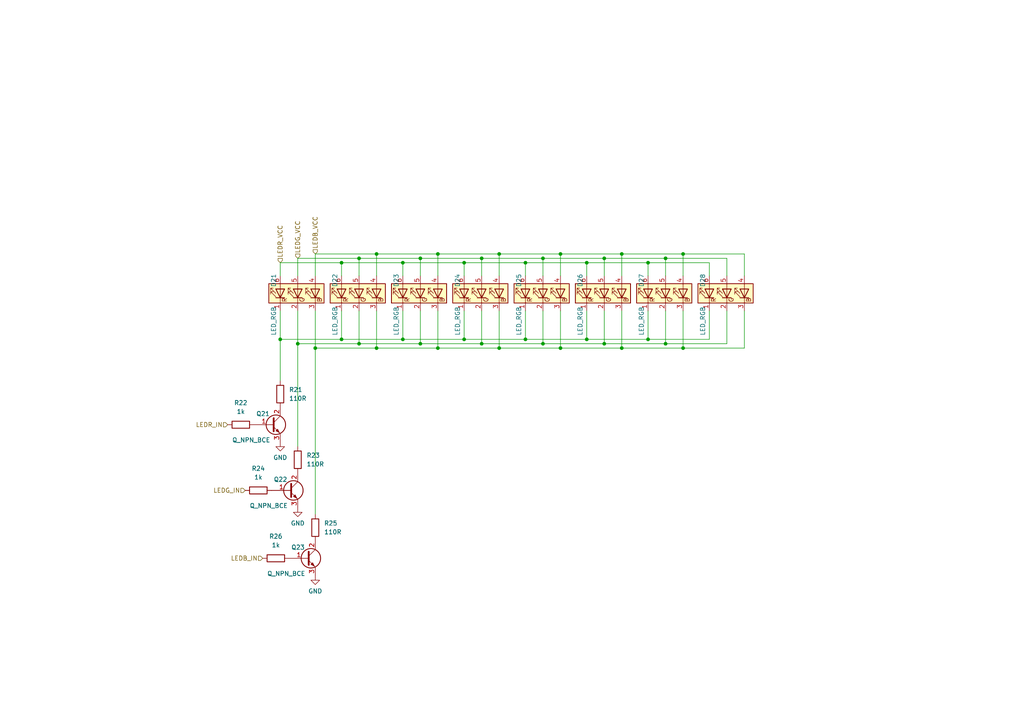
<source format=kicad_sch>
(kicad_sch (version 20211123) (generator eeschema)
  (paper "A4")
  (lib_symbols
    (symbol "Device:LED_RGB" (pin_names (offset 0) hide)
      (property "Reference" "D" (at 0 9.398 0))
      (property "Value" "LED_RGB" (at 0 -8.89 0))
      (symbol "LED_RGB_0_0"
        (text "B" (at -1.905 -6.35 0) (effects (font (size 1.27 1.27))))
        (text "G" (at -1.905 -1.27 0) (effects (font (size 1.27 1.27))))
        (text "R" (at -1.905 3.81 0) (effects (font (size 1.27 1.27))))
      )
      (symbol "LED_RGB_0_1"
        (polyline (pts (xy -1.27 -5.08) (xy -2.54 -5.08)))
        (polyline (pts (xy -1.27 -5.08) (xy 1.27 -5.08)))
        (polyline (pts (xy -1.27 -3.81) (xy -1.27 -6.35)) (stroke (width 0.254)))
        (polyline (pts (xy -1.27 0) (xy -2.54 0)))
        (polyline (pts (xy -1.27 1.27) (xy -1.27 -1.27)) (stroke (width 0.254)))
        (polyline (pts (xy -1.27 5.08) (xy -2.54 5.08)))
        (polyline (pts (xy -1.27 5.08) (xy 1.27 5.08)))
        (polyline (pts (xy -1.27 6.35) (xy -1.27 3.81)) (stroke (width 0.254)))
        (polyline (pts (xy 1.27 -5.08) (xy 2.54 -5.08)))
        (polyline (pts (xy 1.27 0) (xy -1.27 0)))
        (polyline (pts (xy 1.27 0) (xy 2.54 0)))
        (polyline (pts (xy 1.27 5.08) (xy 2.54 5.08)))
        (polyline (pts (xy -1.27 1.27) (xy -1.27 -1.27) (xy -1.27 -1.27)))
        (polyline (pts (xy -1.27 6.35) (xy -1.27 3.81) (xy -1.27 3.81)))
        (polyline (pts (xy 1.27 -3.81) (xy 1.27 -6.35) (xy -1.27 -5.08) (xy 1.27 -3.81)) (stroke (width 0.254)))
        (polyline (pts (xy 1.27 1.27) (xy 1.27 -1.27) (xy -1.27 0) (xy 1.27 1.27)) (stroke (width 0.254)))
        (polyline (pts (xy 1.27 6.35) (xy 1.27 3.81) (xy -1.27 5.08) (xy 1.27 6.35)) (stroke (width 0.254)))
        (polyline (pts (xy -1.016 -3.81) (xy 0.508 -2.286) (xy -0.254 -2.286) (xy 0.508 -2.286) (xy 0.508 -3.048)))
        (polyline (pts (xy -1.016 1.27) (xy 0.508 2.794) (xy -0.254 2.794) (xy 0.508 2.794) (xy 0.508 2.032)))
        (polyline (pts (xy -1.016 6.35) (xy 0.508 7.874) (xy -0.254 7.874) (xy 0.508 7.874) (xy 0.508 7.112)))
        (polyline (pts (xy 0 -3.81) (xy 1.524 -2.286) (xy 0.762 -2.286) (xy 1.524 -2.286) (xy 1.524 -3.048)))
        (polyline (pts (xy 0 1.27) (xy 1.524 2.794) (xy 0.762 2.794) (xy 1.524 2.794) (xy 1.524 2.032)))
        (polyline (pts (xy 0 6.35) (xy 1.524 7.874) (xy 0.762 7.874) (xy 1.524 7.874) (xy 1.524 7.112)))
        (rectangle (start 1.27 -1.27) (end 1.27 1.27))
        (rectangle (start 1.27 1.27) (end 1.27 1.27))
        (rectangle (start 1.27 3.81) (end 1.27 6.35))
        (rectangle (start 1.27 6.35) (end 1.27 6.35))
        (rectangle (start 2.794 8.382) (end -2.794 -7.62) (stroke (width 0.254)) (fill (type background)))
      )
      (symbol "LED_RGB_1_1"
        (pin passive line (at -5.08 5.08 0) (length 2.54) (name "RK") (number "1"))
        (pin passive line (at -5.08 0 0) (length 2.54) (name "GK") (number "2"))
        (pin passive line (at -5.08 -5.08 0) (length 2.54) (name "BK") (number "3"))
        (pin passive line (at 5.08 -5.08 180) (length 2.54) (name "BA") (number "4"))
        (pin passive line (at 5.08 0 180) (length 2.54) (name "GA") (number "5"))
        (pin passive line (at 5.08 5.08 180) (length 2.54) (name "RA") (number "6"))
      )
    )
    (symbol "Device:Q_NPN_BCE" (pin_names (offset 0) hide)
      (property "Reference" "Q" (at 5.08 1.27 0))
      (property "Value" "Q_NPN_BCE" (at 5.08 -1.27 0))
      (symbol "Q_NPN_BCE_0_1"
        (polyline (pts (xy 0.635 0.635) (xy 2.54 2.54)))
        (polyline (pts (xy 0.635 -0.635) (xy 2.54 -2.54) (xy 2.54 -2.54)))
        (polyline (pts (xy 0.635 1.905) (xy 0.635 -1.905) (xy 0.635 -1.905)) (stroke (width 0.508)))
        (polyline (pts (xy 1.27 -1.778) (xy 1.778 -1.27) (xy 2.286 -2.286) (xy 1.27 -1.778) (xy 1.27 -1.778)) (fill (type outline)))
        (circle (center 1.27 0) (radius 2.8194) (stroke (width 0.254)))
      )
      (symbol "Q_NPN_BCE_1_1"
        (pin input line (at -5.08 0 0) (length 5.715) (name "B") (number "1"))
        (pin passive line (at 2.54 5.08 270) (length 2.54) (name "C") (number "2"))
        (pin passive line (at 2.54 -5.08 90) (length 2.54) (name "E") (number "3"))
      )
    )
    (symbol "Device:R" (pin_numbers hide) (pin_names (offset 0))
      (property "Reference" "R" (at 2.032 0 90))
      (property "Value" "R" (at 0 0 90))
      (symbol "R_0_1"
        (rectangle (start -1.016 -2.54) (end 1.016 2.54) (stroke (width 0.254)))
      )
      (symbol "R_1_1"
        (pin passive line (at 0 3.81 270) (length 1.27) (name "~") (number "1"))
        (pin passive line (at 0 -3.81 90) (length 1.27) (name "~") (number "2"))
      )
    )
    (symbol "power:GND" (power) (pin_names (offset 0))
      (property "Value" "GND" (at 0 -3.81 0))
      (symbol "GND_0_1"
        (polyline (pts (xy 0 0) (xy 0 -1.27) (xy 1.27 -1.27) (xy 0 -2.54) (xy -1.27 -1.27) (xy 0 -1.27)))
      )
      (symbol "GND_1_1"
        (pin power_in line (at 0 0 270) (length 0) hide (name "GND") (number "1"))
      )
    )
  )
  (junction (at 86.36 99.695))
  (junction (at 99.06 76.2))
  (junction (at 134.62 98.425))
  (junction (at 162.56 73.66))
  (junction (at 175.26 99.695))
  (junction (at 104.14 74.93))
  (junction (at 99.06 98.425))
  (junction (at 193.04 99.695))
  (junction (at 170.18 76.2))
  (junction (at 104.14 99.695))
  (junction (at 139.7 74.93))
  (junction (at 109.22 73.66))
  (junction (at 187.96 76.2))
  (junction (at 109.22 100.965))
  (junction (at 198.12 73.66))
  (junction (at 180.34 100.965))
  (junction (at 175.26 74.93))
  (junction (at 139.7 99.695))
  (junction (at 170.18 98.425))
  (junction (at 127 73.66))
  (junction (at 180.34 73.66))
  (junction (at 121.92 74.93))
  (junction (at 152.4 76.2))
  (junction (at 121.92 99.695))
  (junction (at 116.84 98.425))
  (junction (at 134.62 76.2))
  (junction (at 81.28 98.425))
  (junction (at 144.78 73.66))
  (junction (at 116.84 76.2))
  (junction (at 193.04 74.93))
  (junction (at 157.48 99.695))
  (junction (at 91.44 100.965))
  (junction (at 144.78 100.965))
  (junction (at 152.4 98.425))
  (junction (at 157.48 74.93))
  (junction (at 162.56 100.965))
  (junction (at 187.96 98.425))
  (junction (at 127 100.965))
  (junction (at 198.12 100.965))
  (wire (pts (xy 170.18 76.2) (xy 187.96 76.2)))
  (wire (pts (xy 116.84 76.2) (xy 116.84 80.01)))
  (wire (pts (xy 144.78 73.66) (xy 127 73.66)))
  (wire (pts (xy 215.9 80.01) (xy 215.9 73.66)))
  (wire (pts (xy 157.48 74.93) (xy 175.26 74.93)))
  (wire (pts (xy 180.34 100.965) (xy 180.34 90.17)))
  (wire (pts (xy 170.18 98.425) (xy 187.96 98.425)))
  (wire (pts (xy 152.4 76.2) (xy 170.18 76.2)))
  (wire (pts (xy 121.92 74.93) (xy 121.92 80.01)))
  (wire (pts (xy 99.06 76.2) (xy 99.06 80.01)))
  (wire (pts (xy 99.06 98.425) (xy 116.84 98.425)))
  (wire (pts (xy 134.62 76.2) (xy 152.4 76.2)))
  (wire (pts (xy 86.36 99.695) (xy 104.14 99.695)))
  (wire (pts (xy 91.44 100.965) (xy 109.22 100.965)))
  (wire (pts (xy 139.7 74.93) (xy 157.48 74.93)))
  (wire (pts (xy 162.56 100.965) (xy 180.34 100.965)))
  (wire (pts (xy 175.26 74.93) (xy 175.26 80.01)))
  (wire (pts (xy 116.84 98.425) (xy 116.84 90.17)))
  (wire (pts (xy 91.44 90.17) (xy 91.44 100.965)))
  (wire (pts (xy 193.04 74.93) (xy 210.82 74.93)))
  (wire (pts (xy 139.7 74.93) (xy 139.7 80.01)))
  (wire (pts (xy 215.9 73.66) (xy 198.12 73.66)))
  (wire (pts (xy 210.82 74.93) (xy 210.82 80.01)))
  (wire (pts (xy 180.34 73.66) (xy 162.56 73.66)))
  (wire (pts (xy 86.36 80.01) (xy 86.36 74.93)))
  (wire (pts (xy 175.26 74.93) (xy 193.04 74.93)))
  (wire (pts (xy 157.48 74.93) (xy 157.48 80.01)))
  (wire (pts (xy 127 80.01) (xy 127 73.66)))
  (wire (pts (xy 121.92 74.93) (xy 139.7 74.93)))
  (wire (pts (xy 121.92 99.695) (xy 139.7 99.695)))
  (wire (pts (xy 198.12 100.965) (xy 198.12 90.17)))
  (wire (pts (xy 109.22 100.965) (xy 127 100.965)))
  (wire (pts (xy 81.28 90.17) (xy 81.28 98.425)))
  (wire (pts (xy 109.22 73.66) (xy 91.44 73.66)))
  (wire (pts (xy 180.34 80.01) (xy 180.34 73.66)))
  (wire (pts (xy 180.34 100.965) (xy 198.12 100.965)))
  (wire (pts (xy 91.44 73.66) (xy 91.44 80.01)))
  (wire (pts (xy 104.14 74.93) (xy 104.14 80.01)))
  (wire (pts (xy 175.26 99.695) (xy 193.04 99.695)))
  (wire (pts (xy 162.56 100.965) (xy 162.56 90.17)))
  (wire (pts (xy 170.18 76.2) (xy 170.18 80.01)))
  (wire (pts (xy 86.36 74.93) (xy 104.14 74.93)))
  (wire (pts (xy 139.7 99.695) (xy 139.7 90.17)))
  (wire (pts (xy 104.14 74.93) (xy 121.92 74.93)))
  (wire (pts (xy 139.7 99.695) (xy 157.48 99.695)))
  (wire (pts (xy 144.78 100.965) (xy 144.78 90.17)))
  (wire (pts (xy 162.56 73.66) (xy 144.78 73.66)))
  (wire (pts (xy 152.4 76.2) (xy 152.4 80.01)))
  (wire (pts (xy 162.56 80.01) (xy 162.56 73.66)))
  (wire (pts (xy 99.06 98.425) (xy 99.06 90.17)))
  (wire (pts (xy 81.28 98.425) (xy 99.06 98.425)))
  (wire (pts (xy 205.74 76.2) (xy 205.74 80.01)))
  (wire (pts (xy 170.18 98.425) (xy 170.18 90.17)))
  (wire (pts (xy 116.84 76.2) (xy 134.62 76.2)))
  (wire (pts (xy 134.62 98.425) (xy 134.62 90.17)))
  (wire (pts (xy 109.22 80.01) (xy 109.22 73.66)))
  (wire (pts (xy 198.12 73.66) (xy 180.34 73.66)))
  (wire (pts (xy 127 100.965) (xy 127 90.17)))
  (wire (pts (xy 99.06 76.2) (xy 116.84 76.2)))
  (wire (pts (xy 81.28 98.425) (xy 81.28 110.49)))
  (wire (pts (xy 86.36 99.695) (xy 86.36 129.54)))
  (wire (pts (xy 187.96 76.2) (xy 205.74 76.2)))
  (wire (pts (xy 127 100.965) (xy 144.78 100.965)))
  (wire (pts (xy 205.74 98.425) (xy 205.74 90.17)))
  (wire (pts (xy 198.12 80.01) (xy 198.12 73.66)))
  (wire (pts (xy 152.4 98.425) (xy 152.4 90.17)))
  (wire (pts (xy 144.78 100.965) (xy 162.56 100.965)))
  (wire (pts (xy 91.44 100.965) (xy 91.44 149.225)))
  (wire (pts (xy 157.48 99.695) (xy 175.26 99.695)))
  (wire (pts (xy 127 73.66) (xy 109.22 73.66)))
  (wire (pts (xy 157.48 99.695) (xy 157.48 90.17)))
  (wire (pts (xy 198.12 100.965) (xy 215.9 100.965)))
  (wire (pts (xy 152.4 98.425) (xy 170.18 98.425)))
  (wire (pts (xy 134.62 98.425) (xy 152.4 98.425)))
  (wire (pts (xy 187.96 76.2) (xy 187.96 80.01)))
  (wire (pts (xy 134.62 76.2) (xy 134.62 80.01)))
  (wire (pts (xy 193.04 99.695) (xy 193.04 90.17)))
  (wire (pts (xy 215.9 100.965) (xy 215.9 90.17)))
  (wire (pts (xy 104.14 99.695) (xy 104.14 90.17)))
  (wire (pts (xy 193.04 74.93) (xy 193.04 80.01)))
  (wire (pts (xy 116.84 98.425) (xy 134.62 98.425)))
  (wire (pts (xy 187.96 98.425) (xy 205.74 98.425)))
  (wire (pts (xy 193.04 99.695) (xy 210.82 99.695)))
  (wire (pts (xy 144.78 80.01) (xy 144.78 73.66)))
  (wire (pts (xy 175.26 99.695) (xy 175.26 90.17)))
  (wire (pts (xy 187.96 98.425) (xy 187.96 90.17)))
  (wire (pts (xy 210.82 99.695) (xy 210.82 90.17)))
  (wire (pts (xy 104.14 99.695) (xy 121.92 99.695)))
  (wire (pts (xy 109.22 100.965) (xy 109.22 90.17)))
  (wire (pts (xy 81.28 76.2) (xy 99.06 76.2)))
  (wire (pts (xy 86.36 90.17) (xy 86.36 99.695)))
  (wire (pts (xy 81.28 80.01) (xy 81.28 76.2)))
  (wire (pts (xy 121.92 99.695) (xy 121.92 90.17)))
  (hierarchical_label "LEDG_IN" (shape input) (at 71.12 142.24 180))
  (hierarchical_label "LEDR_VCC" (shape input) (at 81.28 76.2 90))
  (hierarchical_label "LEDB_VCC" (shape input) (at 91.44 73.66 90))
  (hierarchical_label "LEDR_IN" (shape input) (at 66.04 123.19 180))
  (hierarchical_label "LEDB_IN" (shape input) (at 76.2 161.925 180))
  (hierarchical_label "LEDG_VCC" (shape input) (at 86.36 74.93 90))
  (symbol (lib_id "Device:R") (at 69.85 123.19 90) (unit 1)
    (property "Reference" "R22" (at 69.85 116.84 90))
    (property "Value" "1k" (at 69.85 119.38 90))
    (property "Footprint" "Resistor_SMD:R_1206_3216Metric_Pad1.30x1.75mm_HandSolder" (effects hide))
    (property "Price" "0.0021" (effects hide))
  )
  (symbol (lib_id "power:GND") (at 81.28 128.27 0) (unit 1)
    (property "Reference" "#PWR025" (effects hide))
    (property "Value" "GND" (at 81.28 132.715 0))
  )
  (symbol (lib_id "Device:Q_NPN_BCE") (at 78.74 123.19 0) (unit 1)
    (property "Reference" "Q21" (at 74.295 120.015 0) (effects (justify left)))
    (property "Value" "Q_NPN_BCE" (at 67.31 127.635 0) (effects (justify left)))
    (property "Footprint" "Package_TO_SOT_SMD:SOT-23" (effects hide))
    (property "Datasheet" "https://www.lcsc.com/product-detail/Bipolar-Transistors-BJT_TWGMC-S9013_C727139.html" (effects hide))
    (property "Price" "0.007" (effects hide))
  )
  (symbol (lib_id "Device:LED_RGB") (at 139.7 85.09 90) (unit 1)
    (property "Reference" "D24" (at 132.715 79.375 0) (effects (justify right)))
    (property "Value" "LED_RGB" (at 132.715 88.9 0) (effects (justify right)))
    (property "Footprint" "LED_SMD:LED_RGB_5050-6" (effects hide))
  )
  (symbol (lib_id "Device:Q_NPN_BCE") (at 83.82 142.24 0) (unit 1)
    (property "Reference" "Q22" (at 79.375 139.065 0) (effects (justify left)))
    (property "Value" "Q_NPN_BCE" (at 72.39 146.685 0) (effects (justify left)))
    (property "Footprint" "Package_TO_SOT_SMD:SOT-23" (effects hide))
    (property "Datasheet" "https://www.lcsc.com/product-detail/Bipolar-Transistors-BJT_TWGMC-S9013_C727139.html" (effects hide))
    (property "Price" "0.007" (effects hide))
  )
  (symbol (lib_id "Device:LED_RGB") (at 210.82 85.09 90) (unit 1)
    (property "Reference" "D28" (at 203.835 79.375 0) (effects (justify right)))
    (property "Value" "LED_RGB" (at 203.835 88.9 0) (effects (justify right)))
    (property "Footprint" "LED_SMD:LED_RGB_5050-6" (effects hide))
  )
  (symbol (lib_id "Device:LED_RGB") (at 175.26 85.09 90) (unit 1)
    (property "Reference" "D26" (at 168.275 79.375 0) (effects (justify right)))
    (property "Value" "LED_RGB" (at 168.275 88.9 0) (effects (justify right)))
    (property "Footprint" "LED_SMD:LED_RGB_5050-6" (effects hide))
  )
  (symbol (lib_id "Device:R") (at 74.93 142.24 90) (unit 1)
    (property "Reference" "R24" (at 74.93 135.89 90))
    (property "Value" "1k" (at 74.93 138.43 90))
    (property "Footprint" "Resistor_SMD:R_1206_3216Metric_Pad1.30x1.75mm_HandSolder" (effects hide))
    (property "Price" "0.0021" (effects hide))
  )
  (symbol (lib_id "Device:R") (at 81.28 114.3 0) (unit 1)
    (property "Reference" "R21" (at 83.82 113.0299 0) (effects (justify left)))
    (property "Value" "110R" (at 83.82 115.57 0) (effects (justify left)))
    (property "Footprint" "Resistor_SMD:R_1206_3216Metric_Pad1.30x1.75mm_HandSolder" (effects hide))
  )
  (symbol (lib_id "power:GND") (at 86.36 147.32 0) (unit 1)
    (property "Reference" "#PWR026" (effects hide))
    (property "Value" "GND" (at 86.36 151.765 0))
  )
  (symbol (lib_id "Device:R") (at 80.01 161.925 90) (unit 1)
    (property "Reference" "R26" (at 80.01 155.575 90))
    (property "Value" "1k" (at 80.01 158.115 90))
    (property "Footprint" "Resistor_SMD:R_1206_3216Metric_Pad1.30x1.75mm_HandSolder" (effects hide))
    (property "Price" "0.0021" (effects hide))
  )
  (symbol (lib_id "power:GND") (at 91.44 167.005 0) (unit 1)
    (property "Reference" "#PWR027" (effects hide))
    (property "Value" "GND" (at 91.44 171.45 0))
  )
  (symbol (lib_id "Device:R") (at 91.44 153.035 0) (unit 1)
    (property "Reference" "R25" (at 93.98 151.7649 0) (effects (justify left)))
    (property "Value" "110R" (at 93.98 154.305 0) (effects (justify left)))
    (property "Footprint" "Resistor_SMD:R_1206_3216Metric_Pad1.30x1.75mm_HandSolder" (effects hide))
  )
  (symbol (lib_id "Device:LED_RGB") (at 157.48 85.09 90) (unit 1)
    (property "Reference" "D25" (at 150.495 79.375 0) (effects (justify right)))
    (property "Value" "LED_RGB" (at 150.495 88.9 0) (effects (justify right)))
    (property "Footprint" "LED_SMD:LED_RGB_5050-6" (effects hide))
  )
  (symbol (lib_id "Device:Q_NPN_BCE") (at 88.9 161.925 0) (unit 1)
    (property "Reference" "Q23" (at 84.455 158.75 0) (effects (justify left)))
    (property "Value" "Q_NPN_BCE" (at 77.47 166.37 0) (effects (justify left)))
    (property "Footprint" "Package_TO_SOT_SMD:SOT-23" (effects hide))
    (property "Datasheet" "https://www.lcsc.com/product-detail/Bipolar-Transistors-BJT_TWGMC-S9013_C727139.html" (effects hide))
    (property "Price" "0.007" (effects hide))
  )
  (symbol (lib_id "Device:R") (at 86.36 133.35 0) (unit 1)
    (property "Reference" "R23" (at 88.9 132.0799 0) (effects (justify left)))
    (property "Value" "110R" (at 88.9 134.62 0) (effects (justify left)))
    (property "Footprint" "Resistor_SMD:R_1206_3216Metric_Pad1.30x1.75mm_HandSolder" (effects hide))
  )
  (symbol (lib_id "Device:LED_RGB") (at 104.14 85.09 90) (unit 1)
    (property "Reference" "D22" (at 97.155 79.375 0) (effects (justify right)))
    (property "Value" "LED_RGB" (at 97.155 88.9 0) (effects (justify right)))
    (property "Footprint" "LED_SMD:LED_RGB_5050-6" (effects hide))
  )
  (symbol (lib_id "Device:LED_RGB") (at 86.36 85.09 90) (unit 1)
    (property "Reference" "D21" (at 79.375 79.375 0) (effects (justify right)))
    (property "Value" "LED_RGB" (at 79.375 88.9 0) (effects (justify right)))
    (property "Footprint" "LED_SMD:LED_RGB_5050-6" (effects hide))
  )
  (symbol (lib_id "Device:LED_RGB") (at 193.04 85.09 90) (unit 1)
    (property "Reference" "D27" (at 186.055 79.375 0) (effects (justify right)))
    (property "Value" "LED_RGB" (at 186.055 88.9 0) (effects (justify right)))
    (property "Footprint" "LED_SMD:LED_RGB_5050-6" (effects hide))
  )
  (symbol (lib_id "Device:LED_RGB") (at 121.92 85.09 90) (unit 1)
    (property "Reference" "D23" (at 114.935 79.375 0) (effects (justify right)))
    (property "Value" "LED_RGB" (at 114.935 88.9 0) (effects (justify right)))
    (property "Footprint" "LED_SMD:LED_RGB_5050-6" (effects hide))
  )
)
</source>
